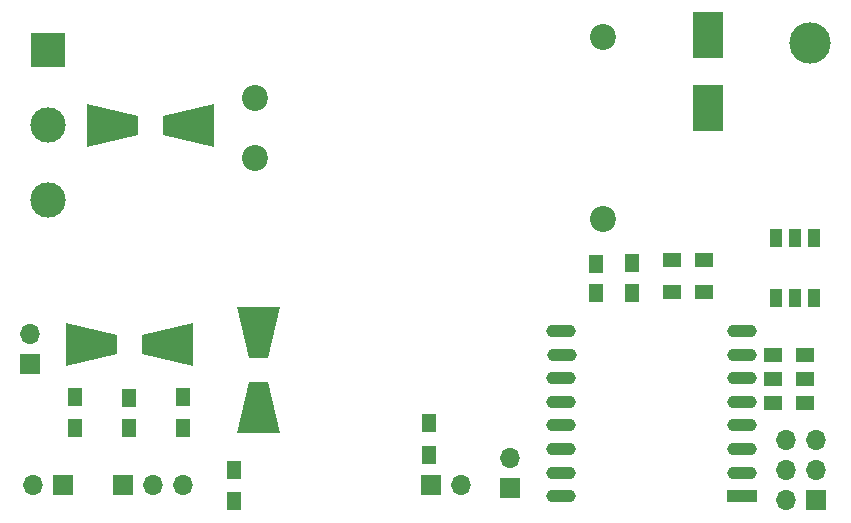
<source format=gbr>
G04 #@! TF.FileFunction,Soldermask,Top*
%FSLAX46Y46*%
G04 Gerber Fmt 4.6, Leading zero omitted, Abs format (unit mm)*
G04 Created by KiCad (PCBNEW 4.0.5) date Friday, 17 February 2017 'PMt' 12:17:44 PM*
%MOMM*%
%LPD*%
G01*
G04 APERTURE LIST*
%ADD10C,0.100000*%
%ADD11C,2.200000*%
%ADD12C,3.000000*%
%ADD13R,3.000000X3.000000*%
%ADD14R,2.500000X4.000000*%
%ADD15R,1.250000X1.500000*%
%ADD16R,2.500000X1.100000*%
%ADD17O,2.500000X1.100000*%
%ADD18R,1.700000X1.700000*%
%ADD19O,1.700000X1.700000*%
%ADD20R,1.300000X1.500000*%
%ADD21R,1.500000X1.300000*%
%ADD22R,1.000000X1.600000*%
%ADD23C,3.500000*%
G04 APERTURE END LIST*
D10*
D11*
X119126000Y-68834000D03*
X119126000Y-73834000D03*
X148526000Y-63634000D03*
X148526000Y-79034000D03*
D12*
X101600000Y-77470000D03*
X101600000Y-71120000D03*
D13*
X101600000Y-64770000D03*
D14*
X157480000Y-69600000D03*
X157480000Y-63500000D03*
D15*
X108458000Y-94234000D03*
X108458000Y-96734000D03*
X147955000Y-85324000D03*
X147955000Y-82824000D03*
X151003000Y-85304000D03*
X151003000Y-82804000D03*
D10*
G36*
X113833000Y-87862000D02*
X113833000Y-91462000D01*
X109533000Y-90462000D01*
X109533000Y-88862000D01*
X113833000Y-87862000D01*
X113833000Y-87862000D01*
G37*
G36*
X103133000Y-91462000D02*
X103133000Y-87862000D01*
X107433000Y-88862000D01*
X107433000Y-90462000D01*
X103133000Y-91462000D01*
X103133000Y-91462000D01*
G37*
G36*
X117580000Y-86471000D02*
X121180000Y-86471000D01*
X120180000Y-90771000D01*
X118580000Y-90771000D01*
X117580000Y-86471000D01*
X117580000Y-86471000D01*
G37*
G36*
X121180000Y-97171000D02*
X117580000Y-97171000D01*
X118580000Y-92871000D01*
X120180000Y-92871000D01*
X121180000Y-97171000D01*
X121180000Y-97171000D01*
G37*
D16*
X160369000Y-102519000D03*
D17*
X160369000Y-100519000D03*
X160369000Y-98519000D03*
X160369000Y-96519000D03*
X160369000Y-94519000D03*
X160369000Y-92519000D03*
X160369000Y-90519000D03*
X160369000Y-88519000D03*
X144969000Y-88519000D03*
X145069000Y-90519000D03*
X144969000Y-92519000D03*
X144969000Y-94519000D03*
X144969000Y-96519000D03*
X144969000Y-98519000D03*
X144969000Y-100519000D03*
X144969000Y-102519000D03*
D10*
G36*
X104886000Y-72920000D02*
X104886000Y-69320000D01*
X109186000Y-70320000D01*
X109186000Y-71920000D01*
X104886000Y-72920000D01*
X104886000Y-72920000D01*
G37*
G36*
X115586000Y-69320000D02*
X115586000Y-72920000D01*
X111286000Y-71920000D01*
X111286000Y-70320000D01*
X115586000Y-69320000D01*
X115586000Y-69320000D01*
G37*
D18*
X166624000Y-102870000D03*
D19*
X164084000Y-102870000D03*
X166624000Y-100330000D03*
X164084000Y-100330000D03*
X166624000Y-97790000D03*
X164084000Y-97790000D03*
D18*
X102870000Y-101600000D03*
D19*
X100330000Y-101600000D03*
D18*
X107950000Y-101600000D03*
D19*
X110490000Y-101600000D03*
X113030000Y-101600000D03*
D18*
X140716000Y-101854000D03*
D19*
X140716000Y-99314000D03*
D18*
X100076000Y-91313000D03*
D19*
X100076000Y-88773000D03*
D20*
X103886000Y-94074000D03*
X103886000Y-96774000D03*
X117348000Y-100250000D03*
X117348000Y-102950000D03*
X113030000Y-94074000D03*
X113030000Y-96774000D03*
D21*
X162941000Y-94615000D03*
X165641000Y-94615000D03*
X162941000Y-92583000D03*
X165641000Y-92583000D03*
X162988000Y-90551000D03*
X165688000Y-90551000D03*
D20*
X133858000Y-99013000D03*
X133858000Y-96313000D03*
D21*
X157132000Y-82550000D03*
X154432000Y-82550000D03*
X154432000Y-85217000D03*
X157132000Y-85217000D03*
D22*
X166446000Y-80685000D03*
X164846000Y-80685000D03*
X163246000Y-80685000D03*
X166446000Y-85685000D03*
X164846000Y-85685000D03*
X163246000Y-85685000D03*
D18*
X133985000Y-101600000D03*
D19*
X136525000Y-101600000D03*
D23*
X166116000Y-64135000D03*
M02*

</source>
